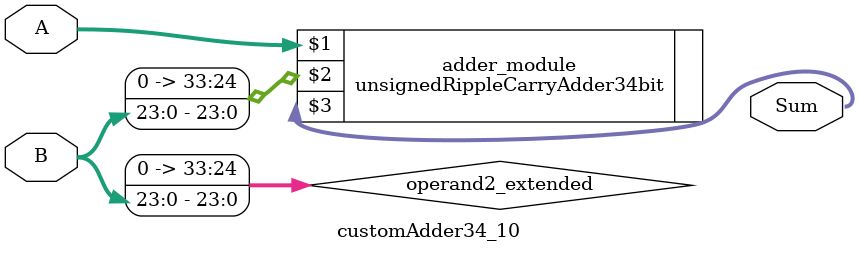
<source format=v>
module customAdder34_10(
                        input [33 : 0] A,
                        input [23 : 0] B,
                        
                        output [34 : 0] Sum
                );

        wire [33 : 0] operand2_extended;
        
        assign operand2_extended =  {10'b0, B};
        
        unsignedRippleCarryAdder34bit adder_module(
            A,
            operand2_extended,
            Sum
        );
        
        endmodule
        
</source>
